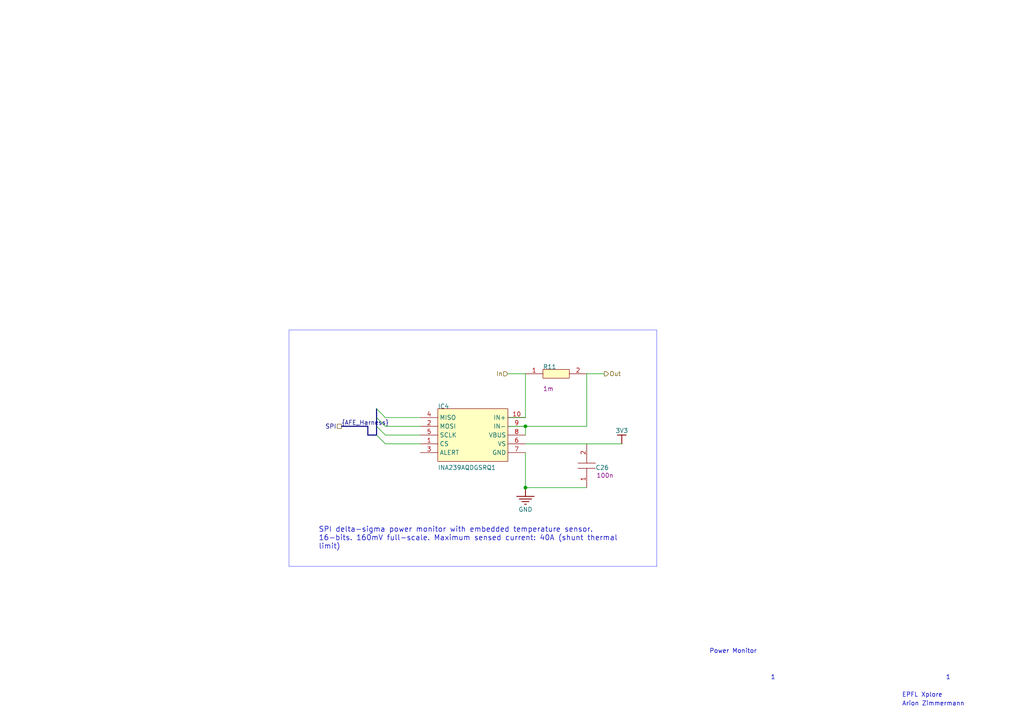
<source format=kicad_sch>
(kicad_sch (version 20250114) (generator "eeschema") (generator_version "9.0")
  (paper "A4")
  (lib_symbols
    (symbol "PolluxIII-altium-import:3V3_BAR" (power)
      (property "Value" "3V3" (at 0 -3.81 0))
      (symbol "3V3_BAR_0_0"
        (polyline (pts (xy -1.27 -2.54) (xy 1.27 -2.54)) (stroke (width 0.254)))
        (polyline (pts (xy 0 0) (xy 0 -2.54)) (stroke (width 0.254)))
        (pin power_in line (at 0 0 0) (length 0) (hide yes) (name "3V3") (number ""))
      )
    )
    (symbol "PolluxIII-altium-import:AFE1_0_INA229AQDGSRQ1_*"
      (symbol "AFE1_0_INA229AQDGSRQ1_*_1_0"
        (rectangle (start 25.4 2.54) (end 5.08 -12.7) (stroke (width 0) (color 128 0 0 1)) (fill (type background)))
        (pin passive line (at 0 0 0) (length 5.08) (name "MISO") (number "4"))
        (pin passive line (at 0 -2.54 0) (length 5.08) (name "MOSI") (number "2"))
        (pin passive line (at 0 -5.08 0) (length 5.08) (name "SCLK") (number "5"))
        (pin passive line (at 0 -7.62 0) (length 5.08) (name "CS") (number "1"))
        (pin passive line (at 0 -10.16 0) (length 5.08) (name "ALERT") (number "3"))
        (pin passive line (at 30.48 0 180) (length 5.08) (name "IN+") (number "10"))
        (pin passive line (at 30.48 -2.54 180) (length 5.08) (name "IN-") (number "9"))
        (pin passive line (at 30.48 -5.08 180) (length 5.08) (name "VBUS") (number "8"))
        (pin passive line (at 30.48 -7.62 180) (length 5.08) (name "VS") (number "6"))
        (pin passive line (at 30.48 -10.16 180) (length 5.08) (name "GND") (number "7"))
      )
    )
    (symbol "PolluxIII-altium-import:AFE1_0_PCS2512FR0010ET_SamacSys.SchLib" (pin_names (hide yes))
      (symbol "AFE1_0_PCS2512FR0010ET_SamacSys.SchLib_1_0"
        (rectangle (start 12.7 1.27) (end 5.08 -1.27) (stroke (width 0) (color 128 0 0 1)) (fill (type background)))
        (pin passive line (at 0 0 0) (length 5.08) (name "1") (number "1"))
        (pin passive line (at 17.78 0 180) (length 5.08) (name "2") (number "2"))
      )
    )
    (symbol "PolluxIII-altium-import:AFE1_1_C0603C104K5RACTU_CarrierBoard.SCHLIB" (pin_names (hide yes))
      (symbol "AFE1_1_C0603C104K5RACTU_CarrierBoard.SCHLIB_1_0"
        (polyline (pts (xy -2.54 7.112) (xy 2.54 7.112)))
        (polyline (pts (xy -2.54 5.588) (xy 2.54 5.588)))
        (polyline (pts (xy 0 7.112) (xy 0 7.62)))
        (polyline (pts (xy 0 5.08) (xy 0 5.588)))
        (pin passive line (at 0 12.7 270) (length 5.08) (name "2") (number "2"))
        (pin passive line (at 0 0 90) (length 5.08) (name "1") (number "1"))
      )
    )
    (symbol "PolluxIII-altium-import:GND_POWER_GROUND" (power)
      (property "Value" "GND" (at 0 -6.35 0))
      (symbol "GND_POWER_GROUND_0_0"
        (polyline (pts (xy -2.54 -2.54) (xy 2.54 -2.54)) (stroke (width 0.254)))
        (polyline (pts (xy -1.778 -3.302) (xy 1.778 -3.302)) (stroke (width 0.254)))
        (polyline (pts (xy -1.016 -4.064) (xy 1.016 -4.064)) (stroke (width 0.254)))
        (polyline (pts (xy -0.254 -4.826) (xy 0.254 -4.826)) (stroke (width 0.254)))
        (polyline (pts (xy 0 0) (xy 0 -2.54)) (stroke (width 0.254)))
        (pin power_in line (at 0 0 0) (length 0) (hide yes) (name "GND") (number ""))
      )
    )
  )
  (bus_alias "AFE_Harness" (members "SCK" "MISO" "MOSI" "CS"))
  (rectangle (start 190.5 95.7072) (end 83.82 164.2872) (stroke (width 0.0254) (color 0 0 255 1)))
  (text "1" (at 274.32 197.3072 0) (effects (font (size 1.27 1.27)) (justify left bottom)))
  (text "Power Monitor" (at 205.74 189.6872 0) (effects (font (size 1.27 1.27)) (justify left bottom)))
  (text "Arion Zimmermann" (at 261.62 204.9272 0) (effects (font (size 1.27 1.27)) (justify left bottom)))
  (text "1" (at 223.52 197.3072 0) (effects (font (size 1.27 1.27)) (justify left bottom)))
  (text "EPFL Xplore" (at 261.62 202.3872 0) (effects (font (size 1.27 1.27)) (justify left bottom)))
  (text_box "SPI delta-sigma power monitor with embedded temperature sensor. 16-bits. 160mV full-scale. Maximum sensed current: 40A (shunt thermal limit)" (at 182.88 151.5872 0) (size -91.44 10.16) (margins 0.9525 0.9525 0.9525 0.9525) (stroke (width -0.0001) (color 0 0 0 1)) (effects (font (size 1.524 1.524)) (justify left top)))
  (junction (at 152.4 141.4272))
  (junction (at 152.4 123.6472))
  (bus_entry (at 111.76 128.7272) (size -2.54 -2.54))
  (bus_entry (at 111.76 126.1872) (size -2.54 -2.54))
  (bus_entry (at 111.76 121.1072) (size -2.54 -2.54))
  (bus_entry (at 111.76 123.6472) (size -2.54 -2.54))
  (wire (pts (xy 111.76 126.1872) (xy 121.92 126.1872)))
  (wire (pts (xy 170.18 123.6472) (xy 170.18 108.4072)))
  (wire (pts (xy 147.32 108.4072) (xy 152.4 108.4072)))
  (wire (pts (xy 111.76 123.6472) (xy 121.92 123.6472)))
  (bus (pts (xy 109.22 121.1072) (xy 109.22 118.5672)))
  (wire (pts (xy 147.32 121.1072) (xy 152.4 121.1072)))
  (wire (pts (xy 147.32 123.6472) (xy 152.4 123.6472)))
  (wire (pts (xy 152.4 123.6472) (xy 170.18 123.6472)))
  (bus (pts (xy 109.22 126.1872) (xy 109.22 123.6472)))
  (bus (pts (xy 109.22 126.1872) (xy 106.68 126.1872)))
  (bus (pts (xy 106.68 126.1872) (xy 106.68 123.6472)))
  (wire (pts (xy 170.18 108.4072) (xy 175.26 108.4072)))
  (wire (pts (xy 152.4 121.1072) (xy 152.4 108.4072)))
  (bus (pts (xy 109.22 123.6472) (xy 109.22 121.1072)))
  (wire (pts (xy 152.4 126.1872) (xy 152.4 123.6472)))
  (wire (pts (xy 111.76 121.1072) (xy 121.92 121.1072)))
  (wire (pts (xy 170.18 141.4272) (xy 152.4 141.4272)))
  (bus (pts (xy 99.06 123.6472) (xy 106.68 123.6472)))
  (wire (pts (xy 152.4 141.4272) (xy 152.4 131.2672)))
  (wire (pts (xy 111.76 128.7272) (xy 121.92 128.7272)))
  (wire (pts (xy 152.4 128.7272) (xy 180.34 128.7272)))
  (label "{AFE_Harness}" (at 99.06 123.6472 0))
  (hierarchical_label "In" (shape input) (at 147.32 108.4072 180))
  (hierarchical_label "Out" (shape output) (at 175.26 108.4072 0))
  (hierarchical_label "SPI" (shape passive) (at 99.06 123.6472 180))
  (symbol (lib_id "PolluxIII-altium-import:GND_POWER_GROUND") (at 152.4 141.4272 0) (unit 1)
    (property "Reference" "#PWR?" (effects (hide yes)))
    (property "Value" "GND" (at 152.4 147.7772 0))
  )
  (symbol (lib_id "PolluxIII-altium-import:3V3_BAR") (at 180.34 128.7272 180) (unit 1)
    (property "Reference" "#PWR?" (effects (hide yes)))
    (property "Value" "3V3" (at 180.34 124.9172 0))
  )
  (symbol (lib_id "PolluxIII-altium-import:AFE1_0_PCS2512FR0010ET_SamacSys.SchLib") (at 152.4 108.4072 0) (unit 0)
    (property "Reference" "R11" (at 157.48 107.1372 0) (effects (justify left bottom)))
    (property "Value" "PCS2512FR0010ET" (effects (hide yes)))
    (property "Footprint" "C__Users_Arion_Documents_AltiumLL_SamacSys.PcbLib:RESC6430X90N" (effects (hide yes)))
    (property "Description" "Resistor" (effects (hide yes)))
    (property "DATASHEET LINK" "https://www.mouser.com/datasheet/2/303/res_pcs-1665423.pdf" (effects (hide yes)))
    (property "HEIGHT" "0.904mm" (effects (hide yes)))
    (property "MANUFACTURER_NAME" "Ohmite" (effects (hide yes)))
    (property "MANUFACTURER_PART_NUMBER" "PCS2512FR0010ET" (effects (hide yes)))
    (property "MOUSER PART NUMBER" "588-PCS2512FR0010ET" (effects (hide yes)))
    (property "MOUSER PRICE/STOCK" "https://www.mouser.co.uk/ProductDetail/Ohmite/PCS2512FR0010ET?qs=Zz7%252BYVVL6bExv9xLWZznUg%3D%3D" (effects (hide yes)))
    (property "ALTIUM_VALUE" "1m" (at 157.48 113.4872 0) (effects (justify left bottom)))
  )
  (symbol (lib_id "PolluxIII-altium-import:AFE1_1_C0603C104K5RACTU_CarrierBoard.SCHLIB") (at 170.18 141.4272 0) (unit 0)
    (property "Reference" "C26" (at 172.72 136.3472 0) (effects (justify left bottom)))
    (property "Value" "C0603C104K5RACTU" (effects (hide yes)))
    (property "Footprint" "C__Users_Arion_Documents_AltiumLL_SamacSys.PcbLib:CAPC1608X95N" (effects (hide yes)))
    (property "Description" "Capacitor" (effects (hide yes)))
    (property "DATASHEET LINK" "http://www.farnell.com/datasheets/2205446.pdf" (effects (hide yes)))
    (property "HEIGHT" "0.95mm" (effects (hide yes)))
    (property "MANUFACTURER_NAME" "Kemet" (effects (hide yes)))
    (property "MANUFACTURER_PART_NUMBER" "C0603C104K5RACTU" (effects (hide yes)))
    (property "MOUSER PART NUMBER" "80-C0603C104K5R" (effects (hide yes)))
    (property "MOUSER PRICE/STOCK" "https://www.mouser.co.uk/ProductDetail/KEMET/C0603C104K5RACTU?qs=l5k%252BbMnNDkkVcnZPSAaaiQ%3D%3D" (effects (hide yes)))
    (property "ARROW PART NUMBER" "C0603C104K5RACTU" (effects (hide yes)))
    (property "ARROW PRICE/STOCK" "https://www.arrow.com/en/products/c0603c104k5ractu/kemet-corporation" (effects (hide yes)))
    (property "ALTIUM_VALUE" "100n" (at 172.974 138.6332 0) (effects (justify left bottom)))
    (property "SUPPLIER 1" "Mouser" (effects (hide yes)))
    (property "SUPPLIER PART NUMBER 1" "80-C0603C104K5R" (effects (hide yes)))
  )
  (symbol (lib_id "PolluxIII-altium-import:AFE1_0_INA229AQDGSRQ1_*") (at 121.92 121.1072 0) (unit 0)
    (property "Reference" "IC4" (at 127 118.5672 0) (effects (justify left bottom)))
    (property "Value" "INA239AQDGSRQ1" (at 127 136.3472 0) (effects (justify left bottom)))
    (property "Footprint" "C__Users_Arion_Documents_AltiumLL_SamacSys.PcbLib:SOP50P490X110-10N" (effects (hide yes)))
    (property "Description" "Integrated Circuit" (effects (hide yes)))
    (property "DATASHEET LINK" "https://www.ti.com/lit/ds/symlink/ina229-q1.pdf?ts=1625593362739" (effects (hide yes)))
    (property "HEIGHT" "1.1mm" (effects (hide yes)))
    (property "MANUFACTURER_NAME" "Texas Instruments" (effects (hide yes)))
    (property "MANUFACTURER_PART_NUMBER" "INA229AQDGSRQ1" (effects (hide yes)))
    (property "MOUSER PART NUMBER" "595-INA229AQDGSRQ1" (effects (hide yes)))
    (property "MOUSER PRICE/STOCK" "https://www.mouser.co.uk/ProductDetail/Texas-Instruments/INA229AQDGSRQ1?qs=QNEnbhJQKvYTGkxSAfXBrQ%3D%3D" (effects (hide yes)))
    (property "ARROW PART NUMBER" "INA229AQDGSRQ1" (effects (hide yes)))
    (property "ARROW PRICE/STOCK" "https://www.arrow.com/en/products/ina229aqdgsrq1/texas-instruments?region=nac" (effects (hide yes)))
    (property "SUPPLIER 1" "Mouser" (effects (hide yes)))
    (property "SUPPLIER PART NUMBER 1" "595-INA239AQDGSRQ1" (effects (hide yes)))
  )
)
</source>
